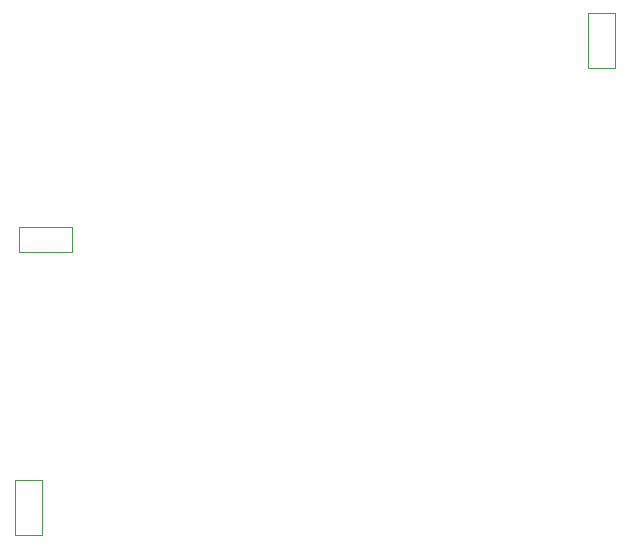
<source format=gbr>
%TF.GenerationSoftware,KiCad,Pcbnew,9.0.2*%
%TF.CreationDate,2025-07-03T17:47:09+02:00*%
%TF.ProjectId,PCB_accueil_STM,5043425f-6163-4637-9565-696c5f53544d,rev?*%
%TF.SameCoordinates,Original*%
%TF.FileFunction,Other,User*%
%FSLAX46Y46*%
G04 Gerber Fmt 4.6, Leading zero omitted, Abs format (unit mm)*
G04 Created by KiCad (PCBNEW 9.0.2) date 2025-07-03 17:47:09*
%MOMM*%
%LPD*%
G01*
G04 APERTURE LIST*
%ADD10C,0.050000*%
G04 APERTURE END LIST*
D10*
%TO.C,R2*%
X88745000Y-111245460D02*
X88745000Y-115845460D01*
X88745000Y-115845460D02*
X91045000Y-115845460D01*
X91045000Y-111245460D02*
X88745000Y-111245460D01*
X91045000Y-115845460D02*
X91045000Y-111245460D01*
%TO.C,D1*%
X89031200Y-89783060D02*
X89031200Y-91883060D01*
X89031200Y-89783060D02*
X93531200Y-89783060D01*
X93531200Y-91883060D02*
X89031200Y-91883060D01*
X93531200Y-91883060D02*
X93531200Y-89783060D01*
%TO.C,R1*%
X137245000Y-71720460D02*
X137245000Y-76320460D01*
X137245000Y-76320460D02*
X139545000Y-76320460D01*
X139545000Y-71720460D02*
X137245000Y-71720460D01*
X139545000Y-76320460D02*
X139545000Y-71720460D01*
%TD*%
M02*

</source>
